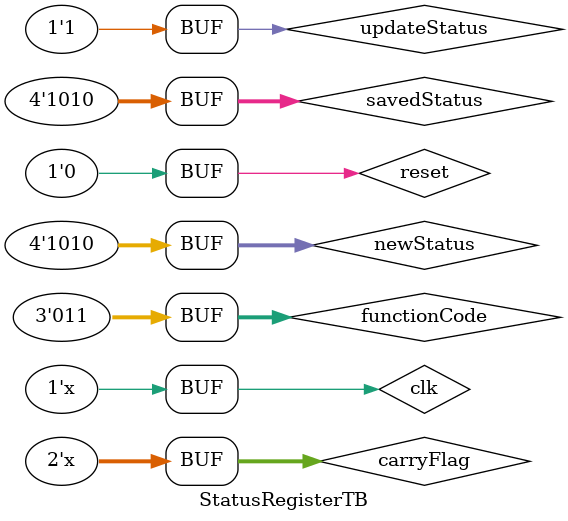
<source format=v>
module StatusRegisterTB();

reg clk;
reg reset;
reg updateStatus;
reg [1:0] carryFlag;
reg [2:0] functionCode;
reg [3:0] newStatus, savedStatus;
wire choosedBit;
wire [3:0] StatusFlags;

StatusRegister sr (updateStatus, carryFlag, functionCode, newStatus, savedStatus, reset, choosedBit, StatusFlags);

initial begin 	
	clk = 0;
	reset = 1;
	#10

	reset = 0;
	updateStatus = 1;

	// update status
	carryFlag = 2'b00;
	newStatus = 4'b1111;
	#10
	if (StatusFlags == 4'b1111) begin
		$display("Update status success");
	end else begin
		$display("Update status faild");
	end

	// clear carry
	#10
	carryFlag = 2'b01;
	newStatus = 4'b1111;
	#10
	if (StatusFlags == 4'b1011) begin
		$display("Clear carry success");
	end else begin
		$display("Clear carry faild");
	end

	// Set saved flags
	#10
	carryFlag = 2'b10;
	newStatus = 4'b1111;
	savedStatus = 4'b1010;
	#10
	if (StatusFlags == 4'b1010) begin
		$display("Set saved flags success");
	end else begin
		$display("Set saved flags faild");
	end

	// set carry
	#10
	carryFlag = 2'b11;
	newStatus = 4'b1000;
	#10
	if (StatusFlags == 4'b1110) begin
		$display("Set carry success");
	end else begin
		$display("Set carry faild");
	end

	// update status
	carryFlag = 2'b00;
	newStatus = 4'b1010;
	#10

	// get zero flag
	#10
	carryFlag = 2'bxx;
	functionCode = 3'b000;
	#10
	if (choosedBit == 1'b0) begin
		$display("Get zero flag success");
	end else begin
		$display("Get zero flag faild");
	end

	// get negative flag
	#10
	carryFlag = 2'bxx;
	functionCode = 3'b001;
	#10
	if (choosedBit == 1'b1) begin
		$display("Get negative flag success");
	end else begin
		$display("Get negative flag faild");
	end

	// get carry flag
	#10
	carryFlag = 2'bxx;
	functionCode = 3'b010;
	#10
	if (choosedBit == 1'b0) begin
		$display("Get carry flag success");
	end else begin
		$display("Get carry flag faild");
	end

	// get dummy flag
	#10
	carryFlag = 2'bxx;
	functionCode = 3'b011;
	#10
	if (choosedBit == 1'b1) begin
		$display("Get dummy flag success");
	end else begin
		$display("Get dummy flag faild");
	end

end

always #10 clk = !clk;

endmodule

</source>
